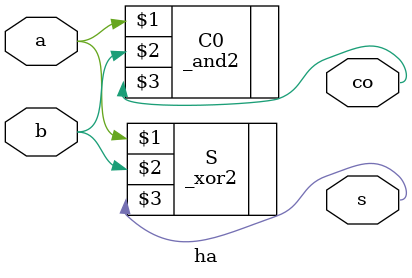
<source format=v>
module ha(a,b,s,co); // half adder
	input a,b;
	output s,co;
	
	_xor2 S(a,b,s); // s = (a XOR b)
	_and2 C0(a,b,co); // co = (a AND b)
endmodule 
</source>
